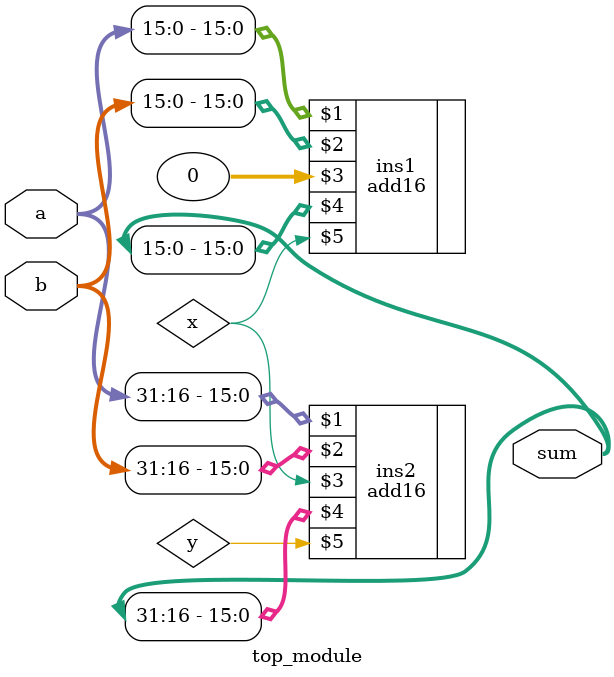
<source format=v>
module top_module(
    input [31:0] a,
    input [31:0] b,
    output [31:0] sum
);
    wire x;
    wire y;
    add16 ins1(a[15:0], b[15:0] , 0 , sum[15:0],x);
    add16 ins2(a[31:16], b[31:16] , x , sum[31:16],y);
endmodule

</source>
